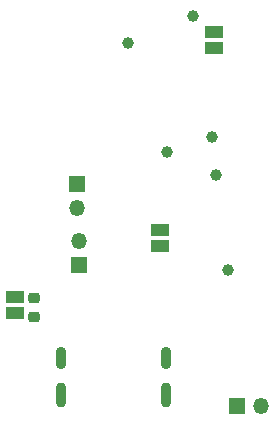
<source format=gbr>
%TF.GenerationSoftware,KiCad,Pcbnew,(5.99.0-8775-g06a515339c)*%
%TF.CreationDate,2021-03-27T00:10:40-04:00*%
%TF.ProjectId,mk2,6d6b322e-6b69-4636-9164-5f7063625858,rev?*%
%TF.SameCoordinates,Original*%
%TF.FileFunction,Soldermask,Bot*%
%TF.FilePolarity,Negative*%
%FSLAX46Y46*%
G04 Gerber Fmt 4.6, Leading zero omitted, Abs format (unit mm)*
G04 Created by KiCad (PCBNEW (5.99.0-8775-g06a515339c)) date 2021-03-27 00:10:40*
%MOMM*%
%LPD*%
G01*
G04 APERTURE LIST*
G04 Aperture macros list*
%AMRoundRect*
0 Rectangle with rounded corners*
0 $1 Rounding radius*
0 $2 $3 $4 $5 $6 $7 $8 $9 X,Y pos of 4 corners*
0 Add a 4 corners polygon primitive as box body*
4,1,4,$2,$3,$4,$5,$6,$7,$8,$9,$2,$3,0*
0 Add four circle primitives for the rounded corners*
1,1,$1+$1,$2,$3*
1,1,$1+$1,$4,$5*
1,1,$1+$1,$6,$7*
1,1,$1+$1,$8,$9*
0 Add four rect primitives between the rounded corners*
20,1,$1+$1,$2,$3,$4,$5,0*
20,1,$1+$1,$4,$5,$6,$7,0*
20,1,$1+$1,$6,$7,$8,$9,0*
20,1,$1+$1,$8,$9,$2,$3,0*%
G04 Aperture macros list end*
%ADD10O,1.350000X1.350000*%
%ADD11R,1.350000X1.350000*%
%ADD12O,0.914400X2.108200*%
%ADD13C,0.508000*%
%ADD14O,0.914400X1.905000*%
%ADD15RoundRect,0.218750X0.256250X-0.218750X0.256250X0.218750X-0.256250X0.218750X-0.256250X-0.218750X0*%
%ADD16C,1.000000*%
%ADD17R,1.500000X1.000000*%
G04 APERTURE END LIST*
D10*
%TO.C,J6*%
X18600000Y-33800000D03*
D11*
X18600000Y-35800000D03*
%TD*%
%TO.C,BT1*%
X32000000Y-47750000D03*
D10*
X34000000Y-47750000D03*
%TD*%
D12*
%TO.C,J2*%
X25950000Y-46866067D03*
D13*
X25950000Y-47462967D03*
X25950000Y-46269167D03*
D12*
X17050000Y-46866067D03*
D13*
X17050000Y-47462967D03*
X17050000Y-46269167D03*
D14*
X25950000Y-43666066D03*
D13*
X25950000Y-44161366D03*
X25950000Y-43170766D03*
D14*
X17050000Y-43666066D03*
D13*
X17050000Y-44161366D03*
X17050000Y-43170766D03*
%TD*%
D11*
%TO.C,J3*%
X18415000Y-28972000D03*
D10*
X18415000Y-30972000D03*
%TD*%
D15*
%TO.C,R1*%
X14800000Y-40187500D03*
X14800000Y-38612500D03*
%TD*%
D16*
%TO.C,TP5*%
X31200000Y-36200000D03*
%TD*%
%TO.C,TP1*%
X29845000Y-25019000D03*
%TD*%
%TO.C,TP3*%
X22750000Y-17000000D03*
%TD*%
%TO.C,TP6*%
X28250000Y-14750000D03*
%TD*%
D17*
%TO.C,JP3*%
X13200000Y-38550000D03*
X13200000Y-39850000D03*
%TD*%
D16*
%TO.C,TP4*%
X26000000Y-26250000D03*
%TD*%
D17*
%TO.C,JP2*%
X25400000Y-32878000D03*
X25400000Y-34178000D03*
%TD*%
D16*
%TO.C,TP2*%
X30200000Y-28200000D03*
%TD*%
D17*
%TO.C,JP1*%
X29972000Y-17429000D03*
X29972000Y-16129000D03*
%TD*%
M02*

</source>
